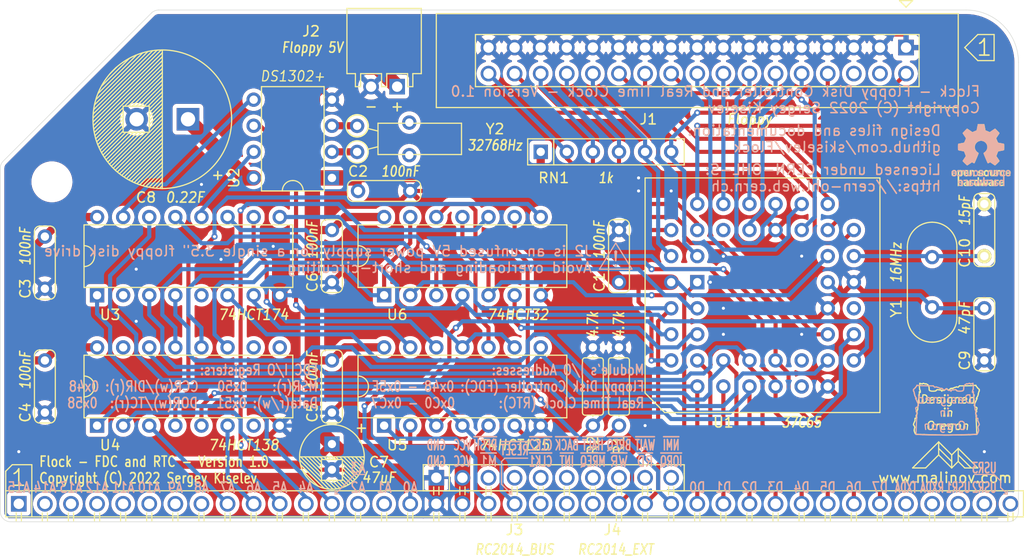
<source format=kicad_pcb>
(kicad_pcb (version 20211014) (generator pcbnew)

  (general
    (thickness 1.6)
  )

  (paper "A4")
  (title_block
    (title "Z80-FDC: RC2014 Compatible FDC and RTC Module")
    (date "2021-01-25")
    (rev "1.2")
    (company "Designed by Sergey Kiselev")
    (comment 2 "Licensed under CERN-OHL-S: https://cern-ohl.web.cern.ch")
    (comment 3 "Documentation and design files: https://github.com/skiselev/Z80-FDC")
    (comment 4 "Z80-FDC is an open source hardware project")
  )

  (layers
    (0 "F.Cu" signal)
    (31 "B.Cu" signal)
    (32 "B.Adhes" user "B.Adhesive")
    (33 "F.Adhes" user "F.Adhesive")
    (34 "B.Paste" user)
    (35 "F.Paste" user)
    (36 "B.SilkS" user "B.Silkscreen")
    (37 "F.SilkS" user "F.Silkscreen")
    (38 "B.Mask" user)
    (39 "F.Mask" user)
    (40 "Dwgs.User" user "User.Drawings")
    (41 "Cmts.User" user "User.Comments")
    (42 "Eco1.User" user "User.Eco1")
    (43 "Eco2.User" user "User.Eco2")
    (44 "Edge.Cuts" user)
    (45 "Margin" user)
    (46 "B.CrtYd" user "B.Courtyard")
    (47 "F.CrtYd" user "F.Courtyard")
    (48 "B.Fab" user)
    (49 "F.Fab" user)
  )

  (setup
    (stackup
      (layer "F.SilkS" (type "Top Silk Screen"))
      (layer "F.Paste" (type "Top Solder Paste"))
      (layer "F.Mask" (type "Top Solder Mask") (thickness 0.01))
      (layer "F.Cu" (type "copper") (thickness 0.035))
      (layer "dielectric 1" (type "core") (thickness 1.51) (material "FR4") (epsilon_r 4.5) (loss_tangent 0.02))
      (layer "B.Cu" (type "copper") (thickness 0.035))
      (layer "B.Mask" (type "Bottom Solder Mask") (thickness 0.01))
      (layer "B.Paste" (type "Bottom Solder Paste"))
      (layer "B.SilkS" (type "Bottom Silk Screen"))
      (copper_finish "None")
      (dielectric_constraints no)
    )
    (pad_to_mask_clearance 0)
    (pcbplotparams
      (layerselection 0x00010fc_ffffffff)
      (disableapertmacros false)
      (usegerberextensions false)
      (usegerberattributes false)
      (usegerberadvancedattributes false)
      (creategerberjobfile false)
      (svguseinch false)
      (svgprecision 6)
      (excludeedgelayer true)
      (plotframeref false)
      (viasonmask false)
      (mode 1)
      (useauxorigin false)
      (hpglpennumber 1)
      (hpglpenspeed 20)
      (hpglpendiameter 15.000000)
      (dxfpolygonmode true)
      (dxfimperialunits true)
      (dxfusepcbnewfont true)
      (psnegative false)
      (psa4output false)
      (plotreference true)
      (plotvalue true)
      (plotinvisibletext false)
      (sketchpadsonfab false)
      (subtractmaskfromsilk false)
      (outputformat 1)
      (mirror false)
      (drillshape 0)
      (scaleselection 1)
      (outputdirectory "gerber")
    )
  )

  (net 0 "")
  (net 1 "GND")
  (net 2 "VCC")
  (net 3 "Net-(C9-Pad1)")
  (net 4 "/A15")
  (net 5 "/A14")
  (net 6 "/A13")
  (net 7 "/A12")
  (net 8 "/A11")
  (net 9 "/A10")
  (net 10 "/A9")
  (net 11 "/A8")
  (net 12 "/A7")
  (net 13 "/A6")
  (net 14 "/A5")
  (net 15 "/A4")
  (net 16 "/A3")
  (net 17 "/A2")
  (net 18 "/A1")
  (net 19 "/A0")
  (net 20 "/~{M1}")
  (net 21 "/~{RESET}")
  (net 22 "/CPU_CLK")
  (net 23 "/~{INT}")
  (net 24 "/~{MREQ}")
  (net 25 "/~{WR}")
  (net 26 "/~{RD}")
  (net 27 "/~{IORQ}")
  (net 28 "/D0")
  (net 29 "/D1")
  (net 30 "/D2")
  (net 31 "/D3")
  (net 32 "/D4")
  (net 33 "/D5")
  (net 34 "/D6")
  (net 35 "/D7")
  (net 36 "/~{RFSH}")
  (net 37 "/~{BUSACK}")
  (net 38 "/~{HALT}")
  (net 39 "/~{BUSREQ}")
  (net 40 "/~{WAIT}")
  (net 41 "/~{NMI}")
  (net 42 "/TXDA")
  (net 43 "/RXDA")
  (net 44 "/USR1")
  (net 45 "Net-(C10-Pad1)")
  (net 46 "/~{DENSEL}")
  (net 47 "unconnected-(J1-Pad4)")
  (net 48 "unconnected-(J1-Pad6)")
  (net 49 "/~{INDEX}")
  (net 50 "/~{MEA}")
  (net 51 "/~{DSB}")
  (net 52 "/~{DSA}")
  (net 53 "/~{MEB}")
  (net 54 "/~{DIR}")
  (net 55 "/UART_CLK")
  (net 56 "/~{STEP}")
  (net 57 "/~{WDATA}")
  (net 58 "/~{WE}")
  (net 59 "/~{TRK0}")
  (net 60 "/~{HDSEL}")
  (net 61 "/~{RDATA}")
  (net 62 "/~{WP}")
  (net 63 "/~{DC}")
  (net 64 "unconnected-(J4-Pad4)")
  (net 65 "/RESET")
  (net 66 "/USR2")
  (net 67 "/USR3")
  (net 68 "/~{FDC_CS}")
  (net 69 "/~{DACK}")
  (net 70 "unconnected-(U1-Pad15)")
  (net 71 "unconnected-(U1-Pad16)")
  (net 72 "/~{DOR_WR}")
  (net 73 "/~{CCR_WR}")
  (net 74 "unconnected-(U1-Pad22)")
  (net 75 "unconnected-(U1-Pad38)")
  (net 76 "/RTC_CE")
  (net 77 "/RTC_IO")
  (net 78 "/RTC_CLK")
  (net 79 "/RTC_WE")
  (net 80 "/RTC_IN")
  (net 81 "/~{RTC_WR}")
  (net 82 "Net-(U4-Pad4)")
  (net 83 "unconnected-(U4-Pad7)")
  (net 84 "unconnected-(U4-Pad9)")
  (net 85 "unconnected-(U4-Pad10)")
  (net 86 "/~{RTC_CS}")
  (net 87 "unconnected-(U4-Pad15)")
  (net 88 "/~{RTC_RD}")
  (net 89 "Net-(R1-Pad2)")
  (net 90 "unconnected-(U3-Pad5)")
  (net 91 "unconnected-(U3-Pad2)")
  (net 92 "Net-(C8-Pad1)")
  (net 93 "Net-(U2-Pad2)")
  (net 94 "Net-(U2-Pad3)")

  (footprint "My_Components:Conn_Pin_Header_10x1_2.54mm_Right_Angle" (layer "F.Cu") (at 179.07 124.46))

  (footprint "MountingHole:MountingHole_3.2mm_M3_DIN965" (layer "F.Cu") (at 130.2258 95.631))

  (footprint "My_Components:Conn_Pin_Header_39x1_2.54mm_Right_Angle" (layer "F.Cu") (at 175.26 127))

  (footprint "My_Components:Cap_Cer_508" (layer "F.Cu") (at 185.42 102.87 90))

  (footprint "My_Components:Cap_Cer_508" (layer "F.Cu") (at 129.54 103.505 90))

  (footprint "My_Components:Cap_Cer_508" (layer "F.Cu") (at 157.48 102.87 -90))

  (footprint "My_Components:Conn_TE_2-644488-2_2P_2.54mm" (layer "F.Cu") (at 162.56 86.36 180))

  (footprint "My_Components:Cap_Cer_508" (layer "F.Cu") (at 129.54 115.57 -90))

  (footprint "My_Components:Cap_Cer_508" (layer "F.Cu") (at 162.56 96.52))

  (footprint "My_Components:Cap_Cer_508" (layer "F.Cu") (at 157.48 115.57 -90))

  (footprint "My_Components:Cap_Cer_508" (layer "F.Cu") (at 220.98 100.33 90))

  (footprint "My_Components:Cap_Elec_Radial_6.3mm" (layer "F.Cu") (at 157.48 122.428 -90))

  (footprint "My_Components:Crystal_HC-49U_Vert" (layer "F.Cu") (at 215.9 105.41 -90))

  (footprint "My_Components:Crystal_32K_Horiz" (layer "F.Cu") (at 159.931316 91.4475 90))

  (footprint "My_Components:Res_762" (layer "F.Cu") (at 182.88 115.57 -90))

  (footprint "My_Components:IC_DIP14_300" (layer "F.Cu") (at 170.18 115.57))

  (footprint "My_Components:IC_DIP16_300" (layer "F.Cu") (at 143.51 115.57))

  (footprint "My_Components:IC_DIP14_300" (layer "F.Cu") (at 170.18 102.87))

  (footprint "My_Components:IC_DIP8_300" (layer "F.Cu") (at 153.67 91.44 90))

  (footprint "My_Components:Conn_SIL6" (layer "F.Cu") (at 184.15 92.71))

  (footprint "My_Components:Cap_Super_Radial_13.5mm" (layer "F.Cu") (at 140.97 89.535 180))

  (footprint "My_Components:IC_PLCC44_TH" (layer "F.Cu") (at 199.39 106.68 90))

  (footprint "My_Components:IC_DIP16_300" (layer "F.Cu") (at 143.51 102.87))

  (footprint "My_Components:Res_762" (layer "F.Cu") (at 185.42 115.57 -90))

  (footprint "My_Components:Conn_Pin_Header_17x2_2.54mm_Shrouded" (layer "F.Cu") (at 193.04 83.82 180))

  (footprint "Symbol:OSHW-Logo_5.7x6mm_SilkScreen" (layer "F.Cu") (at 220.6625 93.0275))

  (footprint "My_Components:Cap_Cer_508" (layer "F.Cu") (at 220.98 110.49 -90))

  (footprint "Symbol:OSHW-Logo_5.7x6mm_SilkScreen" (layer "B.Cu")
    (tedit 0) (tstamp 00000000-0000-0000-0000-0000600276a8)
    (at 220.6625 93.0275 180)
    (descr "Open Source Hardware Logo")
    (tags "Logo OSHW")
    (property "Sheetfile" "Z80-FDC.kicad_sch")
    (property "Sheetname" "")
    (path "/00000000-0000-0000-0000-00006003b908")
    (attr exclude_from_pos_files)
    (fp_text reference "LOGO1" (at 0 0) (layer "B.SilkS") hide
      (effects (font (size 1 1) (thickness 0.15)) (justify mirror))
      (tstamp 430d6d73-9de6-41ca-b788-178d709f4aae)
    )
    (fp_text value "Logo_Open_Hardware_Small" (at 0.75 0) (layer "B.Fab") hide
      (effects (font (size 1 1) (thickness 0.15)) (justify mirror))
      (tstamp 3efa2ece-8f3f-4a8c-96e9-6ab3ec6f1f70)
    )
    (fp_poly (pts
        (xy 2.677898 -1.456457)
        (xy 2.710096 -1.464279)
        (xy 2.771825 -1.492921)
        (xy 2.82461 -1.536667)
        (xy 2.861141 -1.589117)
        (xy 2.86616 -1.600893)
        (xy 2.873045 -1.63174)
        (xy 2.877864 -1.677371)
        (xy 2.879505 -1.723492)
        (xy 2.879505 -1.810693)
        (xy 2.697178 -1.810693)
        (xy 2.621979 -1.810978)
        (xy 2.569003 -1.812704)
        (xy 2.535325 -1.817181)
        (xy 2.51802 -1.82572)
        (xy 2.514163 -1.83963)
        (xy 2.520829 -1.860222)
        (xy 2.53277 -1.884315)
        (xy 2.56608 -1.924525)
        (xy 2.612368 -1.944558)
        (xy 2.668944 -1.943905)
        (xy 2.733031 -1.922101)
        (xy 2.788417 -1.895193)
        (xy 2.834375 -1.931532)
        (xy 2.880333 -1.967872)
        (xy 2.837096 -2.007819)
        (xy 2.779374 -2.045563)
        (xy 2.708386 -2.06832)
        (xy 2.632029 -2.074688)
        (xy 2.558199 -2.063268)
        (xy 2.546287 -2.059393)
        (xy 2.481399 -2.025506)
        (xy 2.43313 -1.974986)
        (xy 2.400465 -1.906325)
        (xy 2.382385 -1.818014)
        (xy 2.382175 -1.816121)
        (xy 2.380556 -1.719878)
        (xy 2.3871 -1.685542)
        (xy 2.514852 -1.685542)
        (xy 2.526584 -1.690822)
        (xy 2.558438 -1.694867)
        (xy 2.605397 -1.697176)
        (xy 2.635154 -1.697525)
        (xy 2.690648 -1.697306)
        (xy 2.725346 -1.695916)
        (xy 2.743601 -1.692251)
        (xy 2.749766 -1.68521)
        (xy 2.748195 -1.67369)
        (xy 2.746878 -1.669233)
        (xy 2.724382 -1.627355)
        (xy 2.689003 -1.593604)
        (xy 2.65778 -1.578773)
        (xy 2.616301 -1.579668)
        (xy 2.574269 -1.598164)
        (xy 2.539012 -1.628786)
        (xy 2.517854 -1.666062)
        (xy 2.514852 -1.685542)
        (xy 2.3871 -1.685542)
        (xy 2.39669 -1.635229)
        (xy 2.428698 -1.564191)
        (xy 2.474701 -1.508779)
        (xy 2.532821 -1.471009)
        (xy 2.60118 -1.452896)
        (xy 2.677898 -1.456457)
      ) (layer "B.SilkS") (width 0.01) (fill solid) (tstamp 0b9f21ed-3d41-4f23-ae45-74117a5f3153))
    (fp_poly (pts
        (xy -1.356699 -1.472614)
        (xy -1.344168 -1.478514)
        (xy -1.300799 -1.510283)
        (xy -1.25979 -1.556646)
        (xy -1.229168 -1.607696)
        (xy -1.220459 -1.631166)
        (xy -1.212512 -1.673091)
        (xy -1.207774 -1.723757)
        (xy -1.207199 -1.744679)
        (xy -1.207129 -1.810693)
        (xy -1.587083 -1.810693)
        (xy -1.578983 -1.845273)
        (xy -1.559104 -1.88617)
        (xy -1.524347 -1.921514)
        (xy -1.482998 -1.944282)
        (xy -1.456649 -1.94901)
        (xy -1.420916 -1.943273)
        (xy -1.378282 -1.928882)
        (xy -1.363799 -1.922262)
        (xy -1.31024 -1.895513)
        (xy -1.264533 -1.930376)
        (xy -1.238158 -1.953955)
        (xy -1.224124 -1.973417)
        (xy -1.223414 -1.979129)
        (xy -1.235951 -1.992973)
        (xy -1.263428 -2.014012)
        (xy -1.288366 -2.030425)
        (xy -1.355664 -2.05993)
        (xy -1.43111 -2.073284)
        (xy -1.505888 -2.069812)
        (xy -1.565495 -2.051663)
        (xy -1.626941 -2.012784)
        (xy -1.670608 -1.961595)
        (xy -1.697926 -1.895367)
        (xy -1.710322 -1.811371)
        (xy -1.711421 -1.772936)
        (xy -1.707022 -1.684861)
        (xy -1.706482 -1.682299)
        (xy -1.580582 -1.682299)
        (xy -1.577115 -1.690558)
        (xy -1.562863 -1.695113)
        (xy -1.53347 -1.697065)
        (xy -1.484575 -1.697517)
        (xy -1.465748 -1.697525)
        (xy -1.408467 -1.696843)
        (xy -1.372141 -1.694364)
        (xy -1.352604 -1.689443)
        (xy -1.34569 -1.681434)
        (xy -1.345445 -1.678862)
        (xy -1.353336 -1.658423)
        (xy -1.373085 -1.629789)
        (xy -1.381575 -1.619763)
        (xy -1.413094 -1.591408)
        (xy -1.445949 -1.580259)
        (xy -1.463651 -1.579327)
        (xy -1.511539 -1.590981)
        (xy -1.551699 -1.622285)
        (xy -1.577173 -1.667752)
        (xy -1.577625 -1.669233)
        (xy -1.580582 -1.682299)
        (xy -1.706482 -1.682299)
        (xy -1.692392 -1.61551)
        (xy -1.666038 -1.560025)
        (xy -1.633807 -1.520639)
        (xy -1.574217 -1.477931)
        (xy -1.504168 -1.455109)
        (xy -1.429661 -1.453046)
        (xy -1.356699 -1.472614)
      ) (layer "B.SilkS") (width 0.01) (fill solid) (tstamp 1b023dd4-5185-4576-b544-68a05b9c360b))
    (fp_poly (pts
        (xy 1.79946 -1.45803)
        (xy 1.842711 -1.471245)
        (xy 1.870558 -1.487941)
        (xy 1.879629 -1.501145)
        (xy 1.877132 -1.516797)
        (xy 1.860931 -1.541385)
        (xy 1.847232 -1.5588)
        (xy 1.818992 -1.590283)
        (xy 1.797775 -1.603529)
        (xy 1.779688 -1.602664)
        (xy 1.726035 -1.58901)
        (xy 1.68663 -1.58963)
        (xy 1.654632 -1.605104)
        (xy 1.64389 -1.614161)
        (xy 1.609505 -1.646027)
        (xy 1.609505 -2.062179)
        (xy 1.471188 -2.062179)
        (xy 1.471188 -1.458614)
        (xy 1.540347 -1.458614)
        (xy 1.581869 -1.460256)
        (xy 1.603291 -1.466087)
        (xy 1.609502 -1.477461)
        (xy 1.609505 -1.477798)
        (xy 1.612439 -1.489713)
        (xy 1.625704 -1.488159)
        (xy 1.644084 -1.479563)
        (xy 1.682046 -1.463568)
        (xy 1.712872 -1.453945)
        (xy 1.752536 -1.451478)
        (xy 1.79946 -1.45803)
      ) (layer "B.SilkS") (width 0.01) (fill solid) (tstamp 2c95b9a6-9c71-4108-9cde-57ddfdd2dd19))
    (fp_poly (pts
        (xy 1.038411 -2.405417)
        (xy 1.091411 -2.41829)
        (xy 1.106731 -2.42511)
        (xy 1.136428 -2.442974)
        (xy 1.15922 -2.463093)
        (xy 1.176083 -2.488962)
        (xy 1.187998 -2.524073)
        (xy 1.195942 -2.57192)
        (xy 1.200894 -2.635996)
        (xy 1.203831 -2.719794)
        (xy 1.204947 -2.775768)
        (xy 1.209052 -3.017822)
        (xy 1.138932 -3.017822)
        (xy 1.096393 -3.016038)
        (xy 1.074476 -3.009942)
        (xy 1.068812 -2.999706)
        (xy 1.065821 -2.988637)
        (xy 1.052451 -2.990754)
        (xy 1.034233 -2.999629)
        (xy 0.988624 -3.013233)
        (xy 0.930007 -3.016899)
        (xy 0.868354 -3.010903)
        (xy 0.813638 -2.995521)
        (xy 0.80873 -2.993386)
        (xy 0.758723 -2.958255)
        (xy 0.725756 -2.909419)
        (xy 0.710587 -2.852333)
        (xy 0.711746 -2.831824)
        (xy 0.835508 -2.831824)
        (xy 0.846413 -2.859425)
        (xy 0.878745 -2.879204)
        (xy 0.93091 -2.889819)
        (xy 0.958787 -2.891228)
        (xy 1.005247 -2.88762)
        (xy 1.036129 -2.873597)
        (xy 1.043664 -2.866931)
        (xy 1.064076 -2.830666)
        (xy 1.068812 -2.797773)
        (xy 1.068812 -2.753763)
        (xy 1.007513 -2.753763)
        (xy 0.936256 -2.757395)
        (xy 0.886276 -2.768818)
        (xy 0.854696 -2.788824)
        (xy 0.847626 -2.797743)
        (xy 0.835508 -2.831824)
        (xy 0.711746 -2.831824)
        (xy 0.713971 -2.792456)
        (xy 0.736663 -2.735244)
        (xy 0.767624 -2.69658)
        (xy 0.786376 -2.679864)
        (xy 0.804733 -2.668878)
        (xy 0.828619 -2.66218)
        (xy 0.863957 -2.658326)
        (xy 0.916669 -2.655873)
        (xy 0.937577 -2.655168)
        (xy 1.068812 -2.650879)
        (xy 1.06862 -2.611158)
        (xy 1.063537 -2.569405)
        (xy 1.045162 -2.544158)
        (xy 1.008039 -2.52803)
        (xy 1.007043 -2.527742)
        (xy 0.95441 -2.5214)
        (xy 0.902906 -2.529684)
        (xy 0.86463 -2.549827)
        (xy 0.849272 -2.559773)
        (xy 0.83273 -2.558397)
        (xy 0.807275 -2.543987)
        (xy 0.792328 -2.533817)
        (xy 0.763091 -2.512088)
        (xy 0.74498 -2.4958)
        (xy 0.742074 -2.491137)
        (xy 0.75404 -2.467005)
        (xy 0.789396 -2.438185)
        (xy 0.804753 -2.428461)
        (xy 0.848901 -2.411714)
        (xy 0.908398 -2.402227)
        (xy 0.974487 -2.400095)
        (xy 1.038411 -2.405417)
      ) (layer "B.SilkS") (width 0.01) (fill solid) (tstamp 3249bd81-9fd4-4194-9b4f-2e333b2195b8))
    (fp_poly (pts
        (xy -0.993356 -2.40302)
        (xy -0.974539 -2.40866)
        (xy -0.968473 -2.421053)
        (xy -0.968218 -2.426647)
        (xy -0.967129 -2.44223)
        (xy -0.959632 -2.444676)
        (xy -0.939381 -2.433993)
        (xy -0.927351 -2.426694)
        (xy -0.8894 -2.411063)
        (xy -0.844072 -2.403334)
        (xy -0.796544 -2.40274)
        (xy -0.751995 -2.408513)
        (xy -0.715602 -2.419884)
        (xy -0.692543 -2.436088)
        (xy -0.687996 -2.456355)
        (xy -0.690291 -2.461843)
        (xy -0.70702 -2.484626)
        (xy -0.732963 -2.512647)
        (xy -0.737655 -2.517177)
        (xy -0.762383 -2.538005)
        (xy -0.783718 -2.544735)
        (xy -0.813555 -2.540038)
        (xy -0.825508 -2.536917)
        (xy -0.862705 -2.529421)
        (xy -0.888859 -2.532792)
        (xy -0.910946 -2.544681)
        (xy -0.931178 -2.560635)
        (xy -0.946079 -2.5807)
        (xy -0.956434 -2.608702)
        (xy -0.963029 -2.648467)
        (xy -0.966649 -2.703823)
        (xy -0.968078 -2.778594)
        (xy -0.968218 -2.82374)
        (xy -0.968218 -3.017822)
        (xy -1.09396 -3.017822)
        (xy -1.09396 -2.401683)
        (xy -1.031089 -2.401683)
        (xy -0.993356 -2.40302)
      ) (layer "B.SilkS") (width 0.01) (fill solid) (tstamp 347562f5-b152-4e7b-8a69-40ca6daaaad4))
    (fp_poly (pts
        (xy -1.908759 -1.469184)
        (xy -1.882247 -1.482282)
        (xy -1.849553 -1.505106)
        (xy -1.825725 -1.529996)
        (xy -1.809406 -1.561249)
        (xy -1.79924 -1.603166)
        (xy -1.793872 -1.660044)
        (xy -1.791944 -1.736184)
        (xy -1.791831 -1.768917)
        (xy -1.792161 -1.840656)
        (xy -1.793527 -1.891927)
        (xy -1.7965 -1.927404)
        (xy -1.801649 -1.951763)
        (xy -1.809543 -1.96968)
        (xy -1.817757 -1.981902)
        (xy -1.870187 -2.033905)
        (xy -1.93193 -2.065184)
        (xy -1.998536 -2.074592)
        (xy -2.065558 -2.06098)
        (xy -2.086792 -2.051354)
        (xy -2.137624 -2.024859)
        (xy -2.137624 -2.440052)
        (xy -2.100525 -2.420868)
        (xy -2.051643 -2.406025)
        (xy -1.991561 -2.402222)
        (xy -1.931564 -2.409243)
        (xy -1.886256 -2.425013)
        (xy -1.848675 -2.455047)
        (xy -1.816564 -2.498024)
        (xy -1.81415 -2.502436)
        (xy -1.803967 -2.523221)
        (xy -1.79653 -2.54417)
        (xy -1.791411 -2.569548)
        (xy -1.788181 -2.603618)
        (xy -1.786413 -2.650641)
        (xy -1.785677 -2.714882)
        (xy -1.785544 -2.787176)
        (xy -1.785544 -3.017822)
        (xy -1.923861 -3.017822)
        (xy -1.923861 -2.592533)
        (xy -1.962549 -2.559979)
        (xy -2.002738 -2.53394)
        (xy -2.040797 -2.529205)
        (xy -2.079066 -2.541389)
        (xy -2.099462 -2.55332)
        (xy -2.114642 -2.570313)
        (xy -2.125438 -2.595995)
        (xy -2.132683 -2.633991)
        (xy -2.137208 -2.687926)
        (xy -2.139844 -2.761425)
        (xy -2.140772 -2.810347)
        (xy -2.143911 -3.011535)
        (xy -2.209926 -3.015336)
        (xy -2.27594 -3.019136)
        (xy -2.27594 -1.77065)
        (xy -2.137624 -1.77065)
        (xy -2.134097 -1.840254)
        (xy -2.122215 -1.888569)
        (xy -2.10002 -1.918631)
        (xy -2.065559 -1.933471)
        (xy -2.030742 -1.936436)
        (xy -1.991329 -1.933028)
        (xy -1.965171 -1.919617)
        (xy -1.948814 -1.901896)
        (xy -1.935937 -1.882835)
        (xy -1.928272 -1.861601)
        (xy -1.924861 -1.831849)
        (xy -1.924749 -1.787236)
        (xy -1.925897 -1.74988)
        (xy -1.928532 -1.693604)
        (xy -1.932456 -1.656658)
        (xy -1.939063 -1.633223)
        (xy -1.949749 -1.61748)
        (xy -1.959833 -1.60838)
        (xy -2.00197 -1.588537)
        (xy -2.05184 -1.585332)
        (xy -2.080476 -1.592168)
        (xy -2.108828 -1.616464)
        (xy -2.127609 -1.663728)
        (xy -2.136712 -1.733624)
        (xy -2.137624 -1.77065)
        (xy -2.27594 -1.77065)
        (xy -2.27594 -1.458614)
        (xy -2.206782 -1.458614)
        (xy -2.16526 -1.460256)
        (xy -2.143838 -1.466087)
        (xy -2.137626 -1.477461)
        (xy -2.137624 -1.477798)
        (xy -2.134742 -1.488938)
        (xy -2.12203 -1.487673)
        (xy -2.096757 -1.475433)
        (xy -2.037869 -1.456707)
        (xy -1.971615 -1.454739)
        (xy -1.908759 -1.469184)
      ) (layer "B.SilkS") (width 0.01) (fill solid) (tstamp 70d34adf-9bd8-469e-8c77-5c0d7adf511e))
    (fp_poly (pts
        (xy 1.635255 -2.401486)
        (xy 1.683595 -2.411015)
        (xy 1.711114 -2.425125)
        (xy 1.740064 -2.448568)
        (xy 1.698876 -2.500571)
        (xy 1.673482 -2.532064)
        (xy 1.656238 -2.547428)
        (xy 1.639102 -2.549776)
        (xy 1.614027 -2.542217)
        (xy 1.602257 -2.537941)
        (xy 1.55427 -2.531631)
        (xy 1.510324 -2.545156)
        (xy 1.47806 -2.57571)
        (xy 1.472819 -2.585452)
        (xy 1.467112 -2.611258)
        (xy 1.462706 -2.658817)
        (xy 1.459811 -2.724758)
        (xy 1.458631 -2.80571)
        (xy 1.458614 -2.817226)
        (xy 1.458614 -3.017822)
        (xy 1.320297 -3.017822)
        (xy 1.320297 -2.401683)
        (xy 1.389456 -2.401683)
        (xy 1.429333 -2.402725)
        (xy 1.450107 -2.407358)
        (xy 1.457789 -2.417849)
        (xy 1.458614 -2.427745)
        (xy 1.458614 -2.453806)
        (xy 1.491745 -2.427745)
        (xy 1.529735 -2.409965)
        (xy 1.58077 -2.401174)
        (xy 1.635255 -2.401486)
      ) (layer "B.SilkS") (width 0.01) (fill solid) (tstamp 718e5c6d-0e4c-46d8-a149-2f2bfc54c7f1))
    (fp_poly (pts
        (xy 0.993367 -1.654342)
        (xy 0.994555 -1.746563)
        (xy 0.998897 -1.81661)
        (xy 1.007558 -1.867381)
        (xy 1.021704 -1.901772)
        (xy 1.0425 -1.922679)
        (xy 1.07111 -1.933)
        (xy 1.106535 -1.935636)
        (xy 1.143636 -1.932682)
        (xy 1.171818 -1.921889)
        (xy 1.192243 -1.90036)
        (xy 1.206079 -1.865199)
        (xy 1.214491 -1.81351)
        (xy 1.218643 -1.742394)
        (xy 1.219703 -1.654342)
        (xy 1.219703 -1.458614)
        (xy 1.35802 -1.458614)
        (xy 1.35802 -2.062179)
        (xy 1.288862 -2.062179)
        (xy 1.24717 -2.060489)
        (xy 1.225701 -2.054556)
        (xy 1.219703 -2.043293)
        (xy 1.216091 -2.033261)
        (xy 1.201714 -2.035383)
        (xy 1.172736 -2.04958)
        (xy 1.106319 -2.07148)
        (xy 1.035875 -2.069928)
        (xy 0.968377 -2.046147)
        (xy 0.936233 -2.027362)
        (xy 0.911715 -2.007022)
        (xy 0.893804 -1.981573)
        (xy 0.881479 -1.947458)
        (xy 0.873723 -1.901121)
        (xy 0.869516 -1.839007)
        (xy 0.86784 -1.757561)
        (xy 0.867624 -1.694578)
        (xy 0.867624 -1.458614)
        (xy 0.993367 -1.458614)
        (xy 0.993367 -1.654342)
      ) (layer "B.SilkS") (width 0.01) (fill solid) (tstamp 76afa8e0-9b3a-439d-843c-ad039d3b6354))
    (fp_poly (pts
        (xy -0.754012 -1.469002)
        (xy -0.722717 -1.48395)
        (xy -0.692409 -1.505541)
        (xy -0.669318 -1.530391)
        (xy -0.6525 -1.562087)
        (xy -0.641006 -1.604214)
        (xy -0.633891 -1.660358)
        (xy -0.630207 -1.734106)
        (xy -0.629008 -1.829044)
        (xy -0.628989 -1.838985)
        (xy -0.628713 -2.062179)
        (xy -0.76703 -2.062179)
        (xy -0.76703 -1.856418)
        (xy -0.767128 -1.780189)
        (xy -0.767809 -1.724939)
        (xy -0.769651 -1.686501)
        (xy -0.773233 -1.660706)
        (xy -0.779132 -1.643384)
        (xy -0.787927 -1.630368)
        (xy -0.80018 -1.617507)
        (xy -0.843047 -1.589873)
        (xy -0.889843 -1.584745)
        (xy -0.934424 -1.602217)
        (xy -0.949928 -1.615221)
        (xy -0.96131 -1.627447)
        (xy -0.969481 -1.64054)
        (xy -0.974974 -1.658615)
        (xy -0.97832 -1.685787)
        (xy -0.980051 -1.72617)
        (xy -0.980697 -1.783879)
        (xy -0.980792 -1.854132)
        (xy -0.980792 -2.062179)
        (xy -1.119109 -2.062179)
        (xy -1.119109 -1.458614)
        (xy -1.04995 -1.458614)
        (xy -1.008428 -1.460256)
        (xy -0.987006 -1.466087)
        (xy -0.980795 -1.477461)
        (xy -0.980792 -1.477798)
        (xy -0.97791 -1.488938)
        (xy -0.965199 -1.487674)
        (xy -0.939926 -1.475434)
        (xy -0.882605 -1.457424)
        (xy -0.817037 -1.455421)
        (xy -0.754012 -1.469002)
      ) (layer "B.SilkS") (width 0.01) (fill solid) (tstamp 8486c294-aa7e-43c3-b257-1ca3356dd17a))
    (fp_poly (pts
        (xy -2.538261 -1.465148)
        (xy -2.472479 -1.494231)
        (xy -2.42254 -1.542793)
        (xy -2.388374 -1.610908)
        (xy -2.369907 -1.698651)
        (xy -2.368583 -1.712351)
        (xy -2.367546 -1.808939)
        (xy -2.380993 -1.893602)
        (xy -2.408108 -1.962221)
        (xy -2.422627 -1.984294)
        (xy -2.473201 -2.031011)
        (xy -2.537609 -2.061268)
        (xy -2.609666 -2.073824)
        (xy -2.683185 -2.067439)
        (xy -2.739072 -2.047772)
        (xy -2.787132 -2.014629)
        (xy -2.826412 -1.971175)
        (xy -2.827092 -1.970158)
        (xy -2.843044 -1.943338)
        (xy -2.85341 -1.916368)
        (xy -2.859688 -1.882332)
        (xy -2.863373 -1.83431)
        (xy -2.864997 -1.794931)
        (xy -2.865672 -1.759219)
        (xy -2.739955 -1.759219)
        (xy -2.738726 -1.79477)
        (xy -2.734266 -1.842094)
        (xy -2.726397 -1.872465)
        (xy -2.712207 -1.894072)
        (xy -2.698917 -1.906694)
        (xy -2.651802 -1.933122)
        (xy -2.602505 -1.936653)
        (xy -2.556593 -1.917639)
        (xy -2.533638 -1.896331)
        (xy -2.517096 -1.874859)
        (xy -2.507421 -1.854313)
        (xy -2.503174 -1.827574)
        (xy -2.50292 -1.787523)
        (xy -2.504228 -1.750638)
        (xy -2.507043 -1.697947)
        (xy -2.511505 -1.663772)
        (xy -2.519548 -1.64148)
        (xy -2.533103 -1.624442)
        (xy -2.543845 -1.614703)
        (xy -2.588777 -1.589123)
        (xy -2.637249 -1.587847)
        (xy -2.677894 -1.602999)
        (xy -2.712567 -1.634642)
        (xy -2.733224 -1.68662)
        (xy -2.739955 -1.759219)
        (xy -2.865672 -1.759219)
        (xy -2.866479 -1.716621)
        (xy -2.863948 -1.658056)
        (xy -2.856362 -1.614007)
        (xy -2.842681 -1.579248)
        (xy -2.821865 -1.548551)
        (xy -2.814147 -1.539436)
        (xy -2.765889 -1.494021)
        (xy -2.714128 -1.467493)
        (xy -2.650828 -1.456379)
        (xy -2.619961 -1.455471)
        (xy -2.538261 -1.465148)
      ) (layer "B.SilkS") (width 0.01) (fill solid) (tstamp 90f81af1-b6de-44aa-a46b-6504a157ce6c))
    (fp_poly (pts
        (xy 0.610762 -1.466055)
        (xy 0.674363 -1.500692)
        (xy 0.724123 -1.555372)
        (xy 0.747568 -1.599842)
        (xy 0.757634 -1.639121)
        (xy 0.764156 -1.695116)
        (xy 0.766951 -1.759621)
        (xy 0.765836 -1.824429)
        (xy 0.760626 -1.881334)
        (xy 0.754541 -1.911727)
        (xy 0.734014 -1.953306)
        (xy 0.698463 -1.997468)
        (xy 0.655619 -2.036087)
        (xy 0.613211 -2.061034)
        (xy 0.612177 -2.06143)
        (xy 0.559553 -2.072331)
        (xy 0.497188 -2.072601)
        (xy 0.437924 -2.062676)
        (xy 0.41504 -2.054722)
        (xy 0.356102 -2.0213)
        (xy 0.31389 -1.977511)
        (xy 0.286156 -1.919538)
        (xy 0.270651 -1.843565)
        (xy 0.267143 -1.803771)
        (xy 0.26759 -1.753766)
        (xy 0.402376 -1.753766)
        (xy 0.406917 -1.826732)
        (xy 0.419986 -1.882334)
        (xy 0.440756 -1.917861)
        (xy 0.455552 -1.92802)
        (xy 0.493464 -1.935104)
        (xy 0.538527 -1.933007)
        (xy 0.577487 -1.922812)
        (xy 0.587704 -1.917204)
        (xy 0.614659 -1.884538)
        (xy 0.632451 -1.834545)
        (xy 0.640024 -1.773705)
        (xy 0.636325 -1.708497)
        (xy 0.628057 -1.669253)
        (xy 0.60432 -1.623805)
        (xy 0.566849 -1.595396)
        (xy 0.52172 -1.585573)
        (xy 0.475011 -1.595887)
        (xy 0.439132 -1.621112)
        (xy 0.420277 -1.641925)
        (xy 0.409272 -1.662439)
        (xy 0.404026 -1.690203)
        (xy 0.402449 -1.732762)
        (xy 0.402376 -1.753766)
        (xy 0.26759 -1.753766)
        (xy 0.268094 -1.69758)
        (xy 0.285388 -1.610501)
        (xy 0.319029 -1.54253)
        (xy 0.369018 -1.493664)
        (xy 0.435356 -1.463899)
        (xy 0.449601 -1.460448)
        (xy 0.53521 -1.452345)
        (xy 0.610762 -1.466055)
      ) (layer "B.SilkS") (width 0.01) (fill solid) (tstamp 946404ba-9297-43ec-9d67-30184041145f))
    (fp_poly (pts
        (xy 2.032581 -2.40497)
        (xy 2.092685 -2.420597)
        (xy 2.143021 -2.452848)
        (xy 2.167393 -2.47694)
        (xy 2.207345 -2.533895)
        (xy 2.230242 -2.599965)
        (xy 2.238108 -2.681182)
        (xy 2.238148 -2.687748)
        (xy 2.238218 -2.753763)
        (xy 1.858264 -2.753763)
        (xy 1.866363 -2.788342)
        (xy 1.880987 -2.819659)
        (xy 1.906581 -2.852291)
        (xy 1.911935 -2.8575)
        (xy 1.957943 -2.885694)
        (xy 2.01041 -2.890475)
        (xy 2.070803 -2.871926)
        (xy 2.08104 -2.866931)
        (xy 2.112439 -2.851745)
        (xy 2.13347 -2.843094)
        (xy 2.137139 -2.842293)
        (xy 2.149948 -2.850063)
        (xy 2.174378 -2.869072)
        (xy 2.186779 -2.87946)
        (xy 2.212476 -2.903321)
        (xy 2.220915 -2.919077)
        (xy 2.215058 -2.933571)
        (xy 2.211928 -2.937534)
        (xy 2.190725 -2.954879)
        (xy 2.155738 -2.975959)
        (xy 2.131337 -2.988265)
        (xy 2.062072 -3.009946)
        (xy 1.985388 -3.016971)
        (xy 1.912765 -3.008647)
        (xy 1.892426 -3.002686)
        (xy 1.829476 -2.968952)
        (xy 1.782815 -2.917045)
        (xy 1.752173 -2.846459)
        (xy 1.737282 -2.756692)
        (xy 1.735647 -2.709753)
        (xy 1.740421 -2.641413)
        (xy 1.86099 -2.641413)
        (xy 1.872652 -2.646465)
        (xy 1.903998 -2.650429)
        (xy 1.949571 -2.652768)
        (xy 1.980446 -2.653169)
        (xy 2.035981 -2.652783)
        (xy 2.071033 -2.650975)
        (xy 2.090262 -2.646773)
        (xy 2.09833 -2.639203)
        (xy 2.099901 -2.628218)
        (xy 2.089121 -2.594381)
        (xy 2.06198 -2.56094)
        (xy 2.026277 -2.535272)
        (xy 1.99056 -2.524772)
        (xy 1.942048 -2.534086)
        (xy 1.900053 -2.561013)
        (xy 1.870936 -2.599827)
        (xy 1.86099 -2.641413)
        (xy 1.740421 -2.641413)
        (xy 1.742599 -2.610236)
        (xy 1.76
... [1353213 chars truncated]
</source>
